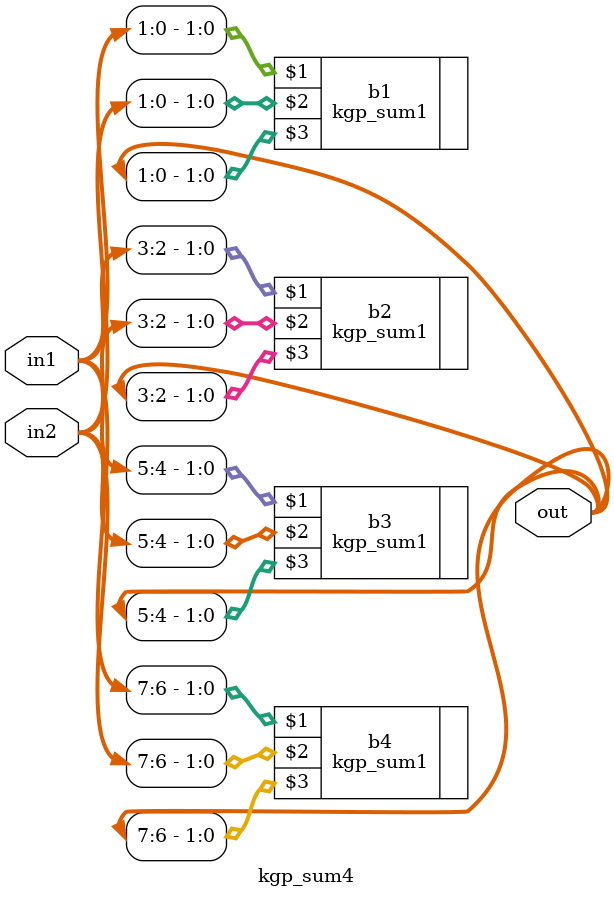
<source format=v>
`include"kgp_sum1.v"
module kgp_sum4(
	input [7:0]in1,
	input [7:0]in2,
	output [7:0] out
);
	kgp_sum1 b1(in1[1:0], in2[1:0], out[1:0]);
	kgp_sum1 b2(in1[3:2], in2[3:2], out[3:2]);
	kgp_sum1 b3(in1[5:4], in2[5:4], out[5:4]);
	kgp_sum1 b4(in1[7:6], in2[7:6], out[7:6]);
endmodule

</source>
